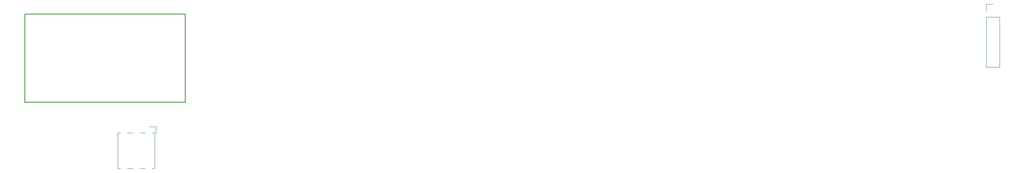
<source format=gbr>
G04 #@! TF.GenerationSoftware,KiCad,Pcbnew,(5.1.2)-2*
G04 #@! TF.CreationDate,2019-08-05T19:31:07+07:00*
G04 #@! TF.ProjectId,PCB,5043422e-6b69-4636-9164-5f7063625858,a*
G04 #@! TF.SameCoordinates,Original*
G04 #@! TF.FileFunction,Legend,Top*
G04 #@! TF.FilePolarity,Positive*
%FSLAX46Y46*%
G04 Gerber Fmt 4.6, Leading zero omitted, Abs format (unit mm)*
G04 Created by KiCad (PCBNEW (5.1.2)-2) date 2019-08-05 19:31:07*
%MOMM*%
%LPD*%
G04 APERTURE LIST*
%ADD10C,0.120000*%
%ADD11C,0.150000*%
G04 APERTURE END LIST*
D10*
X24260650Y-33230050D02*
X24260650Y-34600050D01*
X22890650Y-33230050D02*
X24260650Y-33230050D01*
X19540650Y-41770050D02*
X18400650Y-41770050D01*
X22080650Y-41770050D02*
X20940650Y-41770050D01*
X19540650Y-34430050D02*
X18400650Y-34430050D01*
X22080650Y-34430050D02*
X20940650Y-34430050D01*
X16470650Y-41770050D02*
X17000650Y-41770050D01*
X16470650Y-34430050D02*
X16470650Y-41770050D01*
X17000650Y-34430050D02*
X16470650Y-34430050D01*
X24010650Y-41770050D02*
X23480650Y-41770050D01*
X24010650Y-34430050D02*
X24010650Y-41770050D01*
X23480650Y-34430050D02*
X24010650Y-34430050D01*
D11*
X30240000Y-28194050D02*
X30240000Y-10160050D01*
X-2526000Y-10160050D02*
X-2526000Y-28194050D01*
X30240000Y-28194050D02*
X-2526000Y-28194050D01*
X-2526000Y-10160050D02*
X30240000Y-10160050D01*
D10*
X193932525Y-20990000D02*
X196592525Y-20990000D01*
X193932525Y-10770000D02*
X193932525Y-20990000D01*
X196592525Y-10770000D02*
X196592525Y-20990000D01*
X193932525Y-10770000D02*
X196592525Y-10770000D01*
X193932525Y-9500000D02*
X193932525Y-8170000D01*
X193932525Y-8170000D02*
X195262525Y-8170000D01*
M02*

</source>
